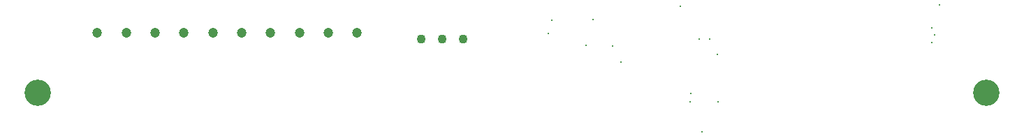
<source format=gbr>
%TF.GenerationSoftware,KiCad,Pcbnew,8.0.1*%
%TF.CreationDate,2025-01-20T12:06:06-05:00*%
%TF.ProjectId,200280,32303032-3830-42e6-9b69-6361645f7063,rev?*%
%TF.SameCoordinates,PX3473bc0PY5f5e100*%
%TF.FileFunction,Plated,1,2,PTH,Drill*%
%TF.FilePolarity,Positive*%
%FSLAX46Y46*%
G04 Gerber Fmt 4.6, Leading zero omitted, Abs format (unit mm)*
G04 Created by KiCad (PCBNEW 8.0.1) date 2025-01-20 12:06:06*
%MOMM*%
%LPD*%
G01*
G04 APERTURE LIST*
%TA.AperFunction,ViaDrill*%
%ADD10C,0.300000*%
%TD*%
%TA.AperFunction,ComponentDrill*%
%ADD11C,1.100000*%
%TD*%
%TA.AperFunction,ComponentDrill*%
%ADD12C,1.200000*%
%TD*%
%TA.AperFunction,ComponentDrill*%
%ADD13C,3.200000*%
%TD*%
G04 APERTURE END LIST*
D10*
X66912754Y19710432D03*
X67342195Y21342195D03*
X71500000Y18300000D03*
X72300000Y21400000D03*
X74700000Y18200000D03*
X75700000Y16200000D03*
X82950000Y23000000D03*
X84100000Y11425000D03*
X84200000Y12400000D03*
X85200000Y19000000D03*
X85500000Y7800000D03*
X86500000Y19000000D03*
X87400000Y17200000D03*
X87500000Y11400000D03*
X113400000Y20400000D03*
X113400000Y18600000D03*
X113700000Y19533000D03*
X114300000Y23200000D03*
D11*
%TO.C,U3*%
X51460000Y19000000D03*
X54000000Y19000000D03*
X56540000Y19000000D03*
D12*
%TO.C,J1*%
X12250000Y19750000D03*
X15750000Y19750000D03*
X19250000Y19750000D03*
X22750000Y19750000D03*
X26250000Y19750000D03*
X29750000Y19750000D03*
X33250000Y19750000D03*
X36750000Y19750000D03*
X40250000Y19750000D03*
X43750000Y19750000D03*
D13*
%TO.C,H1*%
X5000000Y12500000D03*
%TO.C,H4*%
X120000000Y12500000D03*
M02*

</source>
